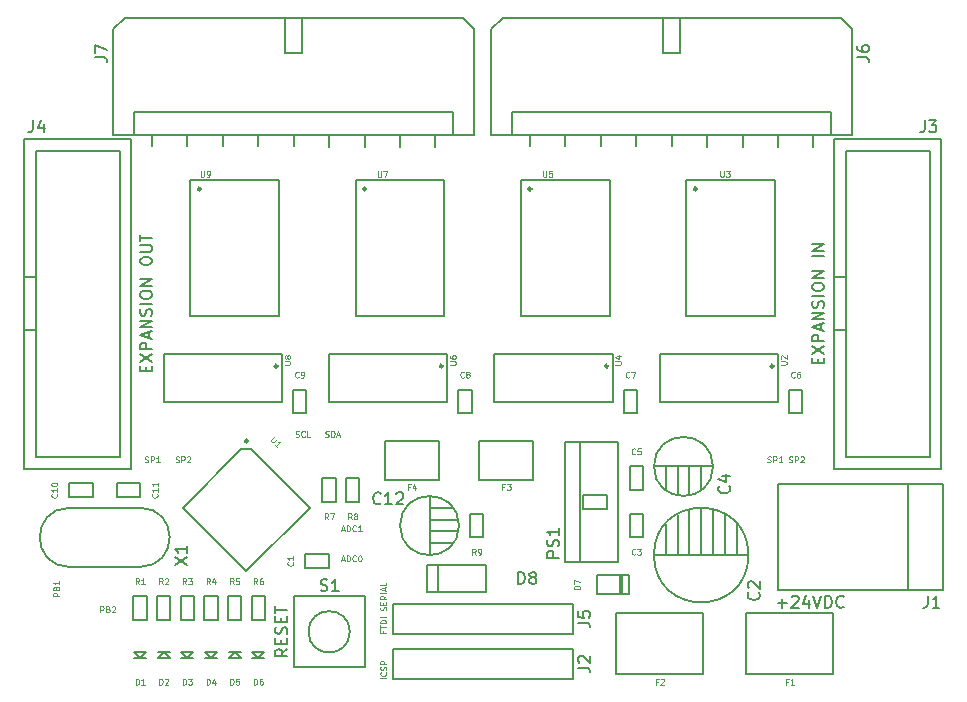
<source format=gbr>
G04 #@! TF.FileFunction,Legend,Top*
%FSLAX46Y46*%
G04 Gerber Fmt 4.6, Leading zero omitted, Abs format (unit mm)*
G04 Created by KiCad (PCBNEW (2015-08-26 BZR 6129, Git 2e41367)-product) date 17-08-10 10:08:59 AM*
%MOMM*%
G01*
G04 APERTURE LIST*
%ADD10C,0.100000*%
%ADD11C,0.150000*%
%ADD12C,0.250000*%
%ADD13C,0.120000*%
%ADD14C,0.300000*%
G04 APERTURE END LIST*
D10*
X-11969523Y-3893333D02*
X-11731428Y-3893333D01*
X-12017142Y-4036190D02*
X-11850475Y-3536190D01*
X-11683809Y-4036190D01*
X-11517142Y-4036190D02*
X-11517142Y-3536190D01*
X-11398095Y-3536190D01*
X-11326666Y-3560000D01*
X-11279047Y-3607619D01*
X-11255238Y-3655238D01*
X-11231428Y-3750476D01*
X-11231428Y-3821905D01*
X-11255238Y-3917143D01*
X-11279047Y-3964762D01*
X-11326666Y-4012381D01*
X-11398095Y-4036190D01*
X-11517142Y-4036190D01*
X-10731428Y-3988571D02*
X-10755238Y-4012381D01*
X-10826666Y-4036190D01*
X-10874285Y-4036190D01*
X-10945714Y-4012381D01*
X-10993333Y-3964762D01*
X-11017142Y-3917143D01*
X-11040952Y-3821905D01*
X-11040952Y-3750476D01*
X-11017142Y-3655238D01*
X-10993333Y-3607619D01*
X-10945714Y-3560000D01*
X-10874285Y-3536190D01*
X-10826666Y-3536190D01*
X-10755238Y-3560000D01*
X-10731428Y-3583810D01*
X-10421904Y-3536190D02*
X-10374285Y-3536190D01*
X-10326666Y-3560000D01*
X-10302857Y-3583810D01*
X-10279047Y-3631429D01*
X-10255238Y-3726667D01*
X-10255238Y-3845714D01*
X-10279047Y-3940952D01*
X-10302857Y-3988571D01*
X-10326666Y-4012381D01*
X-10374285Y-4036190D01*
X-10421904Y-4036190D01*
X-10469523Y-4012381D01*
X-10493333Y-3988571D01*
X-10517142Y-3940952D01*
X-10540952Y-3845714D01*
X-10540952Y-3726667D01*
X-10517142Y-3631429D01*
X-10493333Y-3583810D01*
X-10469523Y-3560000D01*
X-10421904Y-3536190D01*
X-32369047Y-8354190D02*
X-32369047Y-7854190D01*
X-32178571Y-7854190D01*
X-32130952Y-7878000D01*
X-32107143Y-7901810D01*
X-32083333Y-7949429D01*
X-32083333Y-8020857D01*
X-32107143Y-8068476D01*
X-32130952Y-8092286D01*
X-32178571Y-8116095D01*
X-32369047Y-8116095D01*
X-31702381Y-8092286D02*
X-31630952Y-8116095D01*
X-31607143Y-8139905D01*
X-31583333Y-8187524D01*
X-31583333Y-8258952D01*
X-31607143Y-8306571D01*
X-31630952Y-8330381D01*
X-31678571Y-8354190D01*
X-31869047Y-8354190D01*
X-31869047Y-7854190D01*
X-31702381Y-7854190D01*
X-31654762Y-7878000D01*
X-31630952Y-7901810D01*
X-31607143Y-7949429D01*
X-31607143Y-7997048D01*
X-31630952Y-8044667D01*
X-31654762Y-8068476D01*
X-31702381Y-8092286D01*
X-31869047Y-8092286D01*
X-31392857Y-7901810D02*
X-31369047Y-7878000D01*
X-31321428Y-7854190D01*
X-31202381Y-7854190D01*
X-31154762Y-7878000D01*
X-31130952Y-7901810D01*
X-31107143Y-7949429D01*
X-31107143Y-7997048D01*
X-31130952Y-8068476D01*
X-31416666Y-8354190D01*
X-31107143Y-8354190D01*
X24106382Y4369619D02*
X24177811Y4345810D01*
X24296858Y4345810D01*
X24344477Y4369619D01*
X24368287Y4393429D01*
X24392096Y4441048D01*
X24392096Y4488667D01*
X24368287Y4536286D01*
X24344477Y4560095D01*
X24296858Y4583905D01*
X24201620Y4607714D01*
X24154001Y4631524D01*
X24130192Y4655333D01*
X24106382Y4702952D01*
X24106382Y4750571D01*
X24130192Y4798190D01*
X24154001Y4822000D01*
X24201620Y4845810D01*
X24320668Y4845810D01*
X24392096Y4822000D01*
X24606382Y4345810D02*
X24606382Y4845810D01*
X24796858Y4845810D01*
X24844477Y4822000D01*
X24868286Y4798190D01*
X24892096Y4750571D01*
X24892096Y4679143D01*
X24868286Y4631524D01*
X24844477Y4607714D01*
X24796858Y4583905D01*
X24606382Y4583905D01*
X25368286Y4345810D02*
X25082572Y4345810D01*
X25225429Y4345810D02*
X25225429Y4845810D01*
X25177810Y4774381D01*
X25130191Y4726762D01*
X25082572Y4702952D01*
X25939714Y4369619D02*
X26011143Y4345810D01*
X26130190Y4345810D01*
X26177809Y4369619D01*
X26201619Y4393429D01*
X26225428Y4441048D01*
X26225428Y4488667D01*
X26201619Y4536286D01*
X26177809Y4560095D01*
X26130190Y4583905D01*
X26034952Y4607714D01*
X25987333Y4631524D01*
X25963524Y4655333D01*
X25939714Y4702952D01*
X25939714Y4750571D01*
X25963524Y4798190D01*
X25987333Y4822000D01*
X26034952Y4845810D01*
X26154000Y4845810D01*
X26225428Y4822000D01*
X26439714Y4345810D02*
X26439714Y4845810D01*
X26630190Y4845810D01*
X26677809Y4822000D01*
X26701618Y4798190D01*
X26725428Y4750571D01*
X26725428Y4679143D01*
X26701618Y4631524D01*
X26677809Y4607714D01*
X26630190Y4583905D01*
X26439714Y4583905D01*
X26915904Y4798190D02*
X26939714Y4822000D01*
X26987333Y4845810D01*
X27106380Y4845810D01*
X27153999Y4822000D01*
X27177809Y4798190D01*
X27201618Y4750571D01*
X27201618Y4702952D01*
X27177809Y4631524D01*
X26892095Y4345810D01*
X27201618Y4345810D01*
X-15839046Y6528619D02*
X-15767617Y6504810D01*
X-15648570Y6504810D01*
X-15600951Y6528619D01*
X-15577141Y6552429D01*
X-15553332Y6600048D01*
X-15553332Y6647667D01*
X-15577141Y6695286D01*
X-15600951Y6719095D01*
X-15648570Y6742905D01*
X-15743808Y6766714D01*
X-15791427Y6790524D01*
X-15815236Y6814333D01*
X-15839046Y6861952D01*
X-15839046Y6909571D01*
X-15815236Y6957190D01*
X-15791427Y6981000D01*
X-15743808Y7004810D01*
X-15624760Y7004810D01*
X-15553332Y6981000D01*
X-15053332Y6552429D02*
X-15077142Y6528619D01*
X-15148570Y6504810D01*
X-15196189Y6504810D01*
X-15267618Y6528619D01*
X-15315237Y6576238D01*
X-15339046Y6623857D01*
X-15362856Y6719095D01*
X-15362856Y6790524D01*
X-15339046Y6885762D01*
X-15315237Y6933381D01*
X-15267618Y6981000D01*
X-15196189Y7004810D01*
X-15148570Y7004810D01*
X-15077142Y6981000D01*
X-15053332Y6957190D01*
X-14600951Y6504810D02*
X-14839046Y6504810D01*
X-14839046Y7004810D01*
X-13315238Y6528619D02*
X-13243809Y6504810D01*
X-13124762Y6504810D01*
X-13077143Y6528619D01*
X-13053333Y6552429D01*
X-13029524Y6600048D01*
X-13029524Y6647667D01*
X-13053333Y6695286D01*
X-13077143Y6719095D01*
X-13124762Y6742905D01*
X-13220000Y6766714D01*
X-13267619Y6790524D01*
X-13291428Y6814333D01*
X-13315238Y6861952D01*
X-13315238Y6909571D01*
X-13291428Y6957190D01*
X-13267619Y6981000D01*
X-13220000Y7004810D01*
X-13100952Y7004810D01*
X-13029524Y6981000D01*
X-12815238Y6504810D02*
X-12815238Y7004810D01*
X-12696191Y7004810D01*
X-12624762Y6981000D01*
X-12577143Y6933381D01*
X-12553334Y6885762D01*
X-12529524Y6790524D01*
X-12529524Y6719095D01*
X-12553334Y6623857D01*
X-12577143Y6576238D01*
X-12624762Y6528619D01*
X-12696191Y6504810D01*
X-12815238Y6504810D01*
X-12339048Y6647667D02*
X-12100953Y6647667D01*
X-12386667Y6504810D02*
X-12220000Y7004810D01*
X-12053334Y6504810D01*
X-28598570Y4369619D02*
X-28527141Y4345810D01*
X-28408094Y4345810D01*
X-28360475Y4369619D01*
X-28336665Y4393429D01*
X-28312856Y4441048D01*
X-28312856Y4488667D01*
X-28336665Y4536286D01*
X-28360475Y4560095D01*
X-28408094Y4583905D01*
X-28503332Y4607714D01*
X-28550951Y4631524D01*
X-28574760Y4655333D01*
X-28598570Y4702952D01*
X-28598570Y4750571D01*
X-28574760Y4798190D01*
X-28550951Y4822000D01*
X-28503332Y4845810D01*
X-28384284Y4845810D01*
X-28312856Y4822000D01*
X-28098570Y4345810D02*
X-28098570Y4845810D01*
X-27908094Y4845810D01*
X-27860475Y4822000D01*
X-27836666Y4798190D01*
X-27812856Y4750571D01*
X-27812856Y4679143D01*
X-27836666Y4631524D01*
X-27860475Y4607714D01*
X-27908094Y4583905D01*
X-28098570Y4583905D01*
X-27336666Y4345810D02*
X-27622380Y4345810D01*
X-27479523Y4345810D02*
X-27479523Y4845810D01*
X-27527142Y4774381D01*
X-27574761Y4726762D01*
X-27622380Y4702952D01*
X-26003334Y4369619D02*
X-25931905Y4345810D01*
X-25812858Y4345810D01*
X-25765239Y4369619D01*
X-25741429Y4393429D01*
X-25717620Y4441048D01*
X-25717620Y4488667D01*
X-25741429Y4536286D01*
X-25765239Y4560095D01*
X-25812858Y4583905D01*
X-25908096Y4607714D01*
X-25955715Y4631524D01*
X-25979524Y4655333D01*
X-26003334Y4702952D01*
X-26003334Y4750571D01*
X-25979524Y4798190D01*
X-25955715Y4822000D01*
X-25908096Y4845810D01*
X-25789048Y4845810D01*
X-25717620Y4822000D01*
X-25503334Y4345810D02*
X-25503334Y4845810D01*
X-25312858Y4845810D01*
X-25265239Y4822000D01*
X-25241430Y4798190D01*
X-25217620Y4750571D01*
X-25217620Y4679143D01*
X-25241430Y4631524D01*
X-25265239Y4607714D01*
X-25312858Y4583905D01*
X-25503334Y4583905D01*
X-25027144Y4798190D02*
X-25003334Y4822000D01*
X-24955715Y4845810D01*
X-24836668Y4845810D01*
X-24789049Y4822000D01*
X-24765239Y4798190D01*
X-24741430Y4750571D01*
X-24741430Y4702952D01*
X-24765239Y4631524D01*
X-25050953Y4345810D01*
X-24741430Y4345810D01*
X-35841810Y-6969047D02*
X-36341810Y-6969047D01*
X-36341810Y-6778571D01*
X-36318000Y-6730952D01*
X-36294190Y-6707143D01*
X-36246571Y-6683333D01*
X-36175143Y-6683333D01*
X-36127524Y-6707143D01*
X-36103714Y-6730952D01*
X-36079905Y-6778571D01*
X-36079905Y-6969047D01*
X-36103714Y-6302381D02*
X-36079905Y-6230952D01*
X-36056095Y-6207143D01*
X-36008476Y-6183333D01*
X-35937048Y-6183333D01*
X-35889429Y-6207143D01*
X-35865619Y-6230952D01*
X-35841810Y-6278571D01*
X-35841810Y-6469047D01*
X-36341810Y-6469047D01*
X-36341810Y-6302381D01*
X-36318000Y-6254762D01*
X-36294190Y-6230952D01*
X-36246571Y-6207143D01*
X-36198952Y-6207143D01*
X-36151333Y-6230952D01*
X-36127524Y-6254762D01*
X-36103714Y-6302381D01*
X-36103714Y-6469047D01*
X-35841810Y-5707143D02*
X-35841810Y-5992857D01*
X-35841810Y-5850000D02*
X-36341810Y-5850000D01*
X-36270381Y-5897619D01*
X-36222762Y-5945238D01*
X-36198952Y-5992857D01*
X-11969523Y-1353333D02*
X-11731428Y-1353333D01*
X-12017142Y-1496190D02*
X-11850475Y-996190D01*
X-11683809Y-1496190D01*
X-11517142Y-1496190D02*
X-11517142Y-996190D01*
X-11398095Y-996190D01*
X-11326666Y-1020000D01*
X-11279047Y-1067619D01*
X-11255238Y-1115238D01*
X-11231428Y-1210476D01*
X-11231428Y-1281905D01*
X-11255238Y-1377143D01*
X-11279047Y-1424762D01*
X-11326666Y-1472381D01*
X-11398095Y-1496190D01*
X-11517142Y-1496190D01*
X-10731428Y-1448571D02*
X-10755238Y-1472381D01*
X-10826666Y-1496190D01*
X-10874285Y-1496190D01*
X-10945714Y-1472381D01*
X-10993333Y-1424762D01*
X-11017142Y-1377143D01*
X-11040952Y-1281905D01*
X-11040952Y-1210476D01*
X-11017142Y-1115238D01*
X-10993333Y-1067619D01*
X-10945714Y-1020000D01*
X-10874285Y-996190D01*
X-10826666Y-996190D01*
X-10755238Y-1020000D01*
X-10731428Y-1043810D01*
X-10255238Y-1496190D02*
X-10540952Y-1496190D01*
X-10398095Y-1496190D02*
X-10398095Y-996190D01*
X-10445714Y-1067619D01*
X-10493333Y-1115238D01*
X-10540952Y-1139048D01*
D11*
X25937500Y10500000D02*
X25937500Y8500000D01*
X25937500Y8500000D02*
X27062500Y8500000D01*
X27062500Y8500000D02*
X27062500Y10500000D01*
X27062500Y10500000D02*
X25937500Y10500000D01*
X-2062500Y10500000D02*
X-2062500Y8500000D01*
X-2062500Y8500000D02*
X-937500Y8500000D01*
X-937500Y8500000D02*
X-937500Y10500000D01*
X-937500Y10500000D02*
X-2062500Y10500000D01*
D12*
X24625000Y12500000D02*
G75*
G03X24625000Y12500000I-125000J0D01*
G01*
D11*
X25000000Y13500000D02*
X15000000Y13500000D01*
X15000000Y13500000D02*
X15000000Y9500000D01*
X15000000Y9500000D02*
X25000000Y9500000D01*
X25000000Y9500000D02*
X25000000Y13500000D01*
D12*
X18125000Y27500000D02*
G75*
G03X18125000Y27500000I-125000J0D01*
G01*
D11*
X17250000Y28250000D02*
X17250000Y16750000D01*
X17250000Y16750000D02*
X24750000Y16750000D01*
X24750000Y16750000D02*
X24750000Y28250000D01*
X24750000Y28250000D02*
X17250000Y28250000D01*
D12*
X10625000Y12500000D02*
G75*
G03X10625000Y12500000I-125000J0D01*
G01*
D11*
X11000000Y13500000D02*
X1000000Y13500000D01*
X1000000Y13500000D02*
X1000000Y9500000D01*
X1000000Y9500000D02*
X11000000Y9500000D01*
X11000000Y9500000D02*
X11000000Y13500000D01*
D12*
X4125000Y27500000D02*
G75*
G03X4125000Y27500000I-125000J0D01*
G01*
D11*
X3250000Y28250000D02*
X3250000Y16750000D01*
X3250000Y16750000D02*
X10750000Y16750000D01*
X10750000Y16750000D02*
X10750000Y28250000D01*
X10750000Y28250000D02*
X3250000Y28250000D01*
D12*
X-3375000Y12500000D02*
G75*
G03X-3375000Y12500000I-125000J0D01*
G01*
D11*
X-3000000Y13500000D02*
X-13000000Y13500000D01*
X-13000000Y13500000D02*
X-13000000Y9500000D01*
X-13000000Y9500000D02*
X-3000000Y9500000D01*
X-3000000Y9500000D02*
X-3000000Y13500000D01*
D12*
X-9875000Y27500000D02*
G75*
G03X-9875000Y27500000I-125000J0D01*
G01*
D11*
X-10750000Y28250000D02*
X-10750000Y16750000D01*
X-10750000Y16750000D02*
X-3250000Y16750000D01*
X-3250000Y16750000D02*
X-3250000Y28250000D01*
X-3250000Y28250000D02*
X-10750000Y28250000D01*
D12*
X-17375000Y12500000D02*
G75*
G03X-17375000Y12500000I-125000J0D01*
G01*
D11*
X-17000000Y13500000D02*
X-27000000Y13500000D01*
X-27000000Y13500000D02*
X-27000000Y9500000D01*
X-27000000Y9500000D02*
X-17000000Y9500000D01*
X-17000000Y9500000D02*
X-17000000Y13500000D01*
D12*
X-23875000Y27500000D02*
G75*
G03X-23875000Y27500000I-125000J0D01*
G01*
D11*
X-24750000Y28250000D02*
X-24750000Y16750000D01*
X-24750000Y16750000D02*
X-17250000Y16750000D01*
X-17250000Y16750000D02*
X-17250000Y28250000D01*
X-17250000Y28250000D02*
X-24750000Y28250000D01*
X11937500Y10500000D02*
X11937500Y8500000D01*
X11937500Y8500000D02*
X13062500Y8500000D01*
X13062500Y8500000D02*
X13062500Y10500000D01*
X13062500Y10500000D02*
X11937500Y10500000D01*
X-16062500Y10500000D02*
X-16062500Y8500000D01*
X-16062500Y8500000D02*
X-14937500Y8500000D01*
X-14937500Y8500000D02*
X-14937500Y10500000D01*
X-14937500Y10500000D02*
X-16062500Y10500000D01*
X30740000Y30750000D02*
X30740000Y4810000D01*
X30740000Y4810000D02*
X37840000Y4810000D01*
X37840000Y4810000D02*
X37840000Y30750000D01*
X37840000Y30750000D02*
X30740000Y30750000D01*
X29740000Y15530000D02*
X30740000Y15530000D01*
X29740000Y20030000D02*
X30740000Y20030000D01*
X38840000Y31750000D02*
X38840000Y3810000D01*
X38840000Y3810000D02*
X29740000Y3810000D01*
X29740000Y3810000D02*
X29740000Y31750000D01*
X29740000Y31750000D02*
X38840000Y31750000D01*
X-37840000Y30750000D02*
X-37840000Y4810000D01*
X-37840000Y4810000D02*
X-30740000Y4810000D01*
X-30740000Y4810000D02*
X-30740000Y30750000D01*
X-30740000Y30750000D02*
X-37840000Y30750000D01*
X-38840000Y15530000D02*
X-37840000Y15530000D01*
X-38840000Y20030000D02*
X-37840000Y20030000D01*
X-29740000Y31750000D02*
X-29740000Y3810000D01*
X-29740000Y3810000D02*
X-38840000Y3810000D01*
X-38840000Y3810000D02*
X-38840000Y31750000D01*
X-38840000Y31750000D02*
X-29740000Y31750000D01*
X10500000Y1562500D02*
X8500000Y1562500D01*
X8500000Y1562500D02*
X8500000Y437500D01*
X8500000Y437500D02*
X10500000Y437500D01*
X10500000Y437500D02*
X10500000Y1562500D01*
X11445000Y-4080000D02*
X11445000Y6080000D01*
X8270000Y-4080000D02*
X8270000Y6080000D01*
X11445000Y-4080000D02*
X7000000Y-4080000D01*
X7000000Y-4080000D02*
X7000000Y6080000D01*
X7000000Y6080000D02*
X11445000Y6080000D01*
X13562500Y-2000000D02*
X13562500Y0D01*
X13562500Y0D02*
X12437500Y0D01*
X12437500Y0D02*
X12437500Y-2000000D01*
X12437500Y-2000000D02*
X13562500Y-2000000D01*
X12437500Y4000000D02*
X12437500Y2000000D01*
X12437500Y2000000D02*
X13562500Y2000000D01*
X13562500Y2000000D02*
X13562500Y4000000D01*
X13562500Y4000000D02*
X12437500Y4000000D01*
X-35000000Y1437500D02*
X-33000000Y1437500D01*
X-33000000Y1437500D02*
X-33000000Y2562500D01*
X-33000000Y2562500D02*
X-35000000Y2562500D01*
X-35000000Y2562500D02*
X-35000000Y1437500D01*
X-29000000Y2562500D02*
X-31000000Y2562500D01*
X-31000000Y2562500D02*
X-31000000Y1437500D01*
X-31000000Y1437500D02*
X-29000000Y1437500D01*
X-29000000Y1437500D02*
X-29000000Y2562500D01*
X-29000000Y-12250000D02*
X-29500000Y-11750000D01*
X-29500000Y-11750000D02*
X-28500000Y-11750000D01*
X-28500000Y-11750000D02*
X-29000000Y-12250000D01*
X-28500000Y-12250000D02*
X-29500000Y-12250000D01*
X-27000000Y-11750000D02*
X-26500000Y-12250000D01*
X-26500000Y-12250000D02*
X-27500000Y-12250000D01*
X-27500000Y-12250000D02*
X-27000000Y-11750000D01*
X-27500000Y-11750000D02*
X-26500000Y-11750000D01*
X-25000000Y-12250000D02*
X-25500000Y-11750000D01*
X-25500000Y-11750000D02*
X-24500000Y-11750000D01*
X-24500000Y-11750000D02*
X-25000000Y-12250000D01*
X-24500000Y-12250000D02*
X-25500000Y-12250000D01*
X-23000000Y-12250000D02*
X-23500000Y-11750000D01*
X-23500000Y-11750000D02*
X-22500000Y-11750000D01*
X-22500000Y-11750000D02*
X-23000000Y-12250000D01*
X-22500000Y-12250000D02*
X-23500000Y-12250000D01*
X-21000000Y-11750000D02*
X-20500000Y-12250000D01*
X-20500000Y-12250000D02*
X-21500000Y-12250000D01*
X-21500000Y-12250000D02*
X-21000000Y-11750000D01*
X-21500000Y-11750000D02*
X-20500000Y-11750000D01*
X-19000000Y-12250000D02*
X-19500000Y-11750000D01*
X-19500000Y-11750000D02*
X-18500000Y-11750000D01*
X-18500000Y-11750000D02*
X-19000000Y-12250000D01*
X-18500000Y-12250000D02*
X-19500000Y-12250000D01*
X7620000Y-13970000D02*
X-7620000Y-13970000D01*
X-7620000Y-13970000D02*
X-7620000Y-11430000D01*
X-7620000Y-11430000D02*
X7620000Y-11430000D01*
X7620000Y-11430000D02*
X7620000Y-13970000D01*
D13*
X-1390000Y-11430000D02*
X1390000Y-11430000D01*
D11*
X7620000Y-10160000D02*
X-7620000Y-10160000D01*
X-7620000Y-10160000D02*
X-7620000Y-7620000D01*
X-7620000Y-7620000D02*
X7620000Y-7620000D01*
X7620000Y-7620000D02*
X7620000Y-10160000D01*
D13*
X-1390000Y-7620000D02*
X1390000Y-7620000D01*
D11*
X-29562500Y-7000000D02*
X-29562500Y-9000000D01*
X-29562500Y-9000000D02*
X-28437500Y-9000000D01*
X-28437500Y-9000000D02*
X-28437500Y-7000000D01*
X-28437500Y-7000000D02*
X-29562500Y-7000000D01*
X-27562500Y-7000000D02*
X-27562500Y-9000000D01*
X-27562500Y-9000000D02*
X-26437500Y-9000000D01*
X-26437500Y-9000000D02*
X-26437500Y-7000000D01*
X-26437500Y-7000000D02*
X-27562500Y-7000000D01*
X-25562500Y-7000000D02*
X-25562500Y-9000000D01*
X-25562500Y-9000000D02*
X-24437500Y-9000000D01*
X-24437500Y-9000000D02*
X-24437500Y-7000000D01*
X-24437500Y-7000000D02*
X-25562500Y-7000000D01*
X-23562500Y-7000000D02*
X-23562500Y-9000000D01*
X-23562500Y-9000000D02*
X-22437500Y-9000000D01*
X-22437500Y-9000000D02*
X-22437500Y-7000000D01*
X-22437500Y-7000000D02*
X-23562500Y-7000000D01*
X-21562500Y-7000000D02*
X-21562500Y-9000000D01*
X-21562500Y-9000000D02*
X-20437500Y-9000000D01*
X-20437500Y-9000000D02*
X-20437500Y-7000000D01*
X-20437500Y-7000000D02*
X-21562500Y-7000000D01*
X-19562500Y-7000000D02*
X-19562500Y-9000000D01*
X-19562500Y-9000000D02*
X-18437500Y-9000000D01*
X-18437500Y-9000000D02*
X-18437500Y-7000000D01*
X-18437500Y-7000000D02*
X-19562500Y-7000000D01*
X-29000000Y-4500000D02*
X-35000000Y-4500000D01*
X-35000000Y500000D02*
X-29000000Y500000D01*
X-29000000Y-4500000D02*
G75*
G03X-29000000Y500000I0J2500000D01*
G01*
X-35000000Y500000D02*
G75*
G03X-35000000Y-4500000I0J-2500000D01*
G01*
X29677500Y-13560000D02*
X22322500Y-13560000D01*
X22322500Y-13560000D02*
X22322500Y-8440000D01*
X22322500Y-8440000D02*
X29677500Y-8440000D01*
X29677500Y-8440000D02*
X29677500Y-13560000D01*
X4275000Y2880000D02*
X-275000Y2880000D01*
X-275000Y2880000D02*
X-275000Y6120000D01*
X-275000Y6120000D02*
X4275000Y6120000D01*
X4275000Y6120000D02*
X4275000Y2880000D01*
X-3725000Y2880000D02*
X-8275000Y2880000D01*
X-8275000Y2880000D02*
X-8275000Y6120000D01*
X-8275000Y6120000D02*
X-3725000Y6120000D01*
X-3725000Y6120000D02*
X-3725000Y2880000D01*
X-11250000Y-10000000D02*
G75*
G03X-11250000Y-10000000I-1750000J0D01*
G01*
X-10000000Y-7000000D02*
X-16000000Y-7000000D01*
X-16000000Y-7000000D02*
X-16000000Y-13000000D01*
X-16000000Y-13000000D02*
X-10000000Y-13000000D01*
X-10000000Y-13000000D02*
X-10000000Y-7000000D01*
X36000000Y2500000D02*
X36000000Y-6500000D01*
X39000000Y-6500000D02*
X25000000Y-6500000D01*
X25000000Y-6500000D02*
X25000000Y2500000D01*
X25000000Y2500000D02*
X39000000Y2500000D01*
X39000000Y2500000D02*
X39000000Y-6500000D01*
D14*
X11700000Y-5300000D02*
X11700000Y-6700000D01*
D11*
X12350000Y-5225000D02*
X12350000Y-6775000D01*
X12350000Y-6775000D02*
X9650000Y-6775000D01*
X9650000Y-6775000D02*
X9650000Y-5225000D01*
X9650000Y-5225000D02*
X12350000Y-5225000D01*
X15500000Y-3500000D02*
X15500000Y-900000D01*
X16500000Y-3500000D02*
X16500000Y-100000D01*
X17500000Y-3500000D02*
X17500000Y300000D01*
X21500000Y-3500000D02*
X21500000Y-900000D01*
X20500000Y-3500000D02*
X20500000Y-100000D01*
X19500000Y-3500000D02*
X19500000Y300000D01*
X18500000Y-3500000D02*
X18500000Y500000D01*
X14500000Y-3500000D02*
X22500000Y-3500000D01*
X22500000Y-3500000D02*
G75*
G03X22500000Y-3500000I-4000000J0D01*
G01*
X15500000Y4000000D02*
X15500000Y2050000D01*
X18500000Y4000000D02*
X18500000Y2050000D01*
X16500000Y4000000D02*
X16500000Y1600000D01*
X17500000Y4000000D02*
X17500000Y1600000D01*
X14500000Y4000000D02*
X19500000Y4000000D01*
X19500000Y4000000D02*
G75*
G03X19500000Y4000000I-2500000J0D01*
G01*
X-15000000Y-4562500D02*
X-13000000Y-4562500D01*
X-13000000Y-4562500D02*
X-13000000Y-3437500D01*
X-13000000Y-3437500D02*
X-15000000Y-3437500D01*
X-15000000Y-3437500D02*
X-15000000Y-4562500D01*
D12*
X-19875000Y6156854D02*
G75*
G03X-19875000Y6156854I-125000J0D01*
G01*
D11*
X-19575736Y5449747D02*
X-20424264Y5449747D01*
X-20424264Y5449747D02*
X-25374012Y500000D01*
X-25374012Y500000D02*
X-20000000Y-4874012D01*
X-20000000Y-4874012D02*
X-14625988Y500000D01*
X-14625988Y500000D02*
X-19575736Y5449747D01*
X-12437500Y1000000D02*
X-12437500Y3000000D01*
X-12437500Y3000000D02*
X-13562500Y3000000D01*
X-13562500Y3000000D02*
X-13562500Y1000000D01*
X-13562500Y1000000D02*
X-12437500Y1000000D01*
X-10437500Y1000000D02*
X-10437500Y3000000D01*
X-10437500Y3000000D02*
X-11562500Y3000000D01*
X-11562500Y3000000D02*
X-11562500Y1000000D01*
X-11562500Y1000000D02*
X-10437500Y1000000D01*
X18677500Y-13560000D02*
X11322500Y-13560000D01*
X11322500Y-13560000D02*
X11322500Y-8440000D01*
X11322500Y-8440000D02*
X18677500Y-8440000D01*
X18677500Y-8440000D02*
X18677500Y-13560000D01*
X28000000Y32080000D02*
X28000000Y31080000D01*
X25000000Y32080000D02*
X25000000Y31080000D01*
X22000000Y32080000D02*
X22000000Y31080000D01*
X19000000Y32080000D02*
X19000000Y31080000D01*
X16000000Y32100000D02*
X16000000Y31100000D01*
X13000000Y32100000D02*
X13000000Y31100000D01*
X10000000Y32100000D02*
X10000000Y31100000D01*
X7000000Y32100000D02*
X7000000Y31100000D01*
X4000000Y32100000D02*
X4000000Y31100000D01*
X2500000Y32100000D02*
X2500000Y34000000D01*
X2500000Y34000000D02*
X29500000Y34000000D01*
X29500000Y34000000D02*
X29500000Y32100000D01*
X15300000Y42000000D02*
X15300000Y39000000D01*
X15300000Y39000000D02*
X16700000Y39000000D01*
X16700000Y39000000D02*
X16700000Y42000000D01*
X1700000Y42000000D02*
X30300000Y42000000D01*
X30300000Y42000000D02*
X31300000Y41000000D01*
X31300000Y41000000D02*
X31300000Y32100000D01*
X31300000Y32100000D02*
X700000Y32100000D01*
X700000Y32100000D02*
X700000Y41000000D01*
X700000Y41000000D02*
X1700000Y42000000D01*
X-4000000Y32080000D02*
X-4000000Y31080000D01*
X-7000000Y32080000D02*
X-7000000Y31080000D01*
X-10000000Y32080000D02*
X-10000000Y31080000D01*
X-13000000Y32080000D02*
X-13000000Y31080000D01*
X-16000000Y32100000D02*
X-16000000Y31100000D01*
X-19000000Y32100000D02*
X-19000000Y31100000D01*
X-22000000Y32100000D02*
X-22000000Y31100000D01*
X-25000000Y32100000D02*
X-25000000Y31100000D01*
X-28000000Y32100000D02*
X-28000000Y31100000D01*
X-29500000Y32100000D02*
X-29500000Y34000000D01*
X-29500000Y34000000D02*
X-2500000Y34000000D01*
X-2500000Y34000000D02*
X-2500000Y32100000D01*
X-16700000Y42000000D02*
X-16700000Y39000000D01*
X-16700000Y39000000D02*
X-15300000Y39000000D01*
X-15300000Y39000000D02*
X-15300000Y42000000D01*
X-30300000Y42000000D02*
X-1700000Y42000000D01*
X-1700000Y42000000D02*
X-700000Y41000000D01*
X-700000Y41000000D02*
X-700000Y32100000D01*
X-700000Y32100000D02*
X-31300000Y32100000D01*
X-31300000Y32100000D02*
X-31300000Y41000000D01*
X-31300000Y41000000D02*
X-30300000Y42000000D01*
X-3750000Y-6650000D02*
X-3750000Y-4350000D01*
X-4750000Y-4350000D02*
X250000Y-4350000D01*
X250000Y-4350000D02*
X250000Y-6650000D01*
X250000Y-6650000D02*
X-4750000Y-6650000D01*
X-4750000Y-6650000D02*
X-4750000Y-4350000D01*
X-4500000Y-2500000D02*
X-2550000Y-2500000D01*
X-4500000Y500000D02*
X-2550000Y500000D01*
X-4500000Y-1500000D02*
X-2100000Y-1500000D01*
X-4500000Y-500000D02*
X-2100000Y-500000D01*
X-4500000Y-3500000D02*
X-4500000Y1500000D01*
X-2000000Y-1000000D02*
G75*
G03X-2000000Y-1000000I-2500000J0D01*
G01*
X62500Y-2000000D02*
X62500Y0D01*
X62500Y0D02*
X-1062500Y0D01*
X-1062500Y0D02*
X-1062500Y-2000000D01*
X-1062500Y-2000000D02*
X62500Y-2000000D01*
D10*
X26416667Y11571429D02*
X26392857Y11547619D01*
X26321429Y11523810D01*
X26273810Y11523810D01*
X26202381Y11547619D01*
X26154762Y11595238D01*
X26130953Y11642857D01*
X26107143Y11738095D01*
X26107143Y11809524D01*
X26130953Y11904762D01*
X26154762Y11952381D01*
X26202381Y12000000D01*
X26273810Y12023810D01*
X26321429Y12023810D01*
X26392857Y12000000D01*
X26416667Y11976190D01*
X26845238Y12023810D02*
X26750000Y12023810D01*
X26702381Y12000000D01*
X26678572Y11976190D01*
X26630953Y11904762D01*
X26607143Y11809524D01*
X26607143Y11619048D01*
X26630953Y11571429D01*
X26654762Y11547619D01*
X26702381Y11523810D01*
X26797619Y11523810D01*
X26845238Y11547619D01*
X26869048Y11571429D01*
X26892857Y11619048D01*
X26892857Y11738095D01*
X26869048Y11785714D01*
X26845238Y11809524D01*
X26797619Y11833333D01*
X26702381Y11833333D01*
X26654762Y11809524D01*
X26630953Y11785714D01*
X26607143Y11738095D01*
X-1583333Y11571429D02*
X-1607143Y11547619D01*
X-1678571Y11523810D01*
X-1726190Y11523810D01*
X-1797619Y11547619D01*
X-1845238Y11595238D01*
X-1869047Y11642857D01*
X-1892857Y11738095D01*
X-1892857Y11809524D01*
X-1869047Y11904762D01*
X-1845238Y11952381D01*
X-1797619Y12000000D01*
X-1726190Y12023810D01*
X-1678571Y12023810D01*
X-1607143Y12000000D01*
X-1583333Y11976190D01*
X-1297619Y11809524D02*
X-1345238Y11833333D01*
X-1369047Y11857143D01*
X-1392857Y11904762D01*
X-1392857Y11928571D01*
X-1369047Y11976190D01*
X-1345238Y12000000D01*
X-1297619Y12023810D01*
X-1202381Y12023810D01*
X-1154762Y12000000D01*
X-1130952Y11976190D01*
X-1107143Y11928571D01*
X-1107143Y11904762D01*
X-1130952Y11857143D01*
X-1154762Y11833333D01*
X-1202381Y11809524D01*
X-1297619Y11809524D01*
X-1345238Y11785714D01*
X-1369047Y11761905D01*
X-1392857Y11714286D01*
X-1392857Y11619048D01*
X-1369047Y11571429D01*
X-1345238Y11547619D01*
X-1297619Y11523810D01*
X-1202381Y11523810D01*
X-1154762Y11547619D01*
X-1130952Y11571429D01*
X-1107143Y11619048D01*
X-1107143Y11714286D01*
X-1130952Y11761905D01*
X-1154762Y11785714D01*
X-1202381Y11809524D01*
X25226190Y12619048D02*
X25630952Y12619048D01*
X25678571Y12642857D01*
X25702381Y12666667D01*
X25726190Y12714286D01*
X25726190Y12809524D01*
X25702381Y12857143D01*
X25678571Y12880952D01*
X25630952Y12904762D01*
X25226190Y12904762D01*
X25273810Y13119048D02*
X25250000Y13142858D01*
X25226190Y13190477D01*
X25226190Y13309524D01*
X25250000Y13357143D01*
X25273810Y13380953D01*
X25321429Y13404762D01*
X25369048Y13404762D01*
X25440476Y13380953D01*
X25726190Y13095239D01*
X25726190Y13404762D01*
X20119048Y29023810D02*
X20119048Y28619048D01*
X20142857Y28571429D01*
X20166667Y28547619D01*
X20214286Y28523810D01*
X20309524Y28523810D01*
X20357143Y28547619D01*
X20380952Y28571429D01*
X20404762Y28619048D01*
X20404762Y29023810D01*
X20595239Y29023810D02*
X20904762Y29023810D01*
X20738096Y28833333D01*
X20809524Y28833333D01*
X20857143Y28809524D01*
X20880953Y28785714D01*
X20904762Y28738095D01*
X20904762Y28619048D01*
X20880953Y28571429D01*
X20857143Y28547619D01*
X20809524Y28523810D01*
X20666667Y28523810D01*
X20619048Y28547619D01*
X20595239Y28571429D01*
X11226190Y12619048D02*
X11630952Y12619048D01*
X11678571Y12642857D01*
X11702381Y12666667D01*
X11726190Y12714286D01*
X11726190Y12809524D01*
X11702381Y12857143D01*
X11678571Y12880952D01*
X11630952Y12904762D01*
X11226190Y12904762D01*
X11392857Y13357143D02*
X11726190Y13357143D01*
X11202381Y13238096D02*
X11559524Y13119048D01*
X11559524Y13428572D01*
X5119048Y29023810D02*
X5119048Y28619048D01*
X5142857Y28571429D01*
X5166667Y28547619D01*
X5214286Y28523810D01*
X5309524Y28523810D01*
X5357143Y28547619D01*
X5380952Y28571429D01*
X5404762Y28619048D01*
X5404762Y29023810D01*
X5880953Y29023810D02*
X5642858Y29023810D01*
X5619048Y28785714D01*
X5642858Y28809524D01*
X5690477Y28833333D01*
X5809524Y28833333D01*
X5857143Y28809524D01*
X5880953Y28785714D01*
X5904762Y28738095D01*
X5904762Y28619048D01*
X5880953Y28571429D01*
X5857143Y28547619D01*
X5809524Y28523810D01*
X5690477Y28523810D01*
X5642858Y28547619D01*
X5619048Y28571429D01*
X-2773810Y12619048D02*
X-2369048Y12619048D01*
X-2321429Y12642857D01*
X-2297619Y12666667D01*
X-2273810Y12714286D01*
X-2273810Y12809524D01*
X-2297619Y12857143D01*
X-2321429Y12880952D01*
X-2369048Y12904762D01*
X-2773810Y12904762D01*
X-2773810Y13357143D02*
X-2773810Y13261905D01*
X-2750000Y13214286D01*
X-2726190Y13190477D01*
X-2654762Y13142858D01*
X-2559524Y13119048D01*
X-2369048Y13119048D01*
X-2321429Y13142858D01*
X-2297619Y13166667D01*
X-2273810Y13214286D01*
X-2273810Y13309524D01*
X-2297619Y13357143D01*
X-2321429Y13380953D01*
X-2369048Y13404762D01*
X-2488095Y13404762D01*
X-2535714Y13380953D01*
X-2559524Y13357143D01*
X-2583333Y13309524D01*
X-2583333Y13214286D01*
X-2559524Y13166667D01*
X-2535714Y13142858D01*
X-2488095Y13119048D01*
X-8880952Y29023810D02*
X-8880952Y28619048D01*
X-8857143Y28571429D01*
X-8833333Y28547619D01*
X-8785714Y28523810D01*
X-8690476Y28523810D01*
X-8642857Y28547619D01*
X-8619048Y28571429D01*
X-8595238Y28619048D01*
X-8595238Y29023810D01*
X-8404761Y29023810D02*
X-8071428Y29023810D01*
X-8285714Y28523810D01*
X-16773810Y12619048D02*
X-16369048Y12619048D01*
X-16321429Y12642857D01*
X-16297619Y12666667D01*
X-16273810Y12714286D01*
X-16273810Y12809524D01*
X-16297619Y12857143D01*
X-16321429Y12880952D01*
X-16369048Y12904762D01*
X-16773810Y12904762D01*
X-16559524Y13214286D02*
X-16583333Y13166667D01*
X-16607143Y13142858D01*
X-16654762Y13119048D01*
X-16678571Y13119048D01*
X-16726190Y13142858D01*
X-16750000Y13166667D01*
X-16773810Y13214286D01*
X-16773810Y13309524D01*
X-16750000Y13357143D01*
X-16726190Y13380953D01*
X-16678571Y13404762D01*
X-16654762Y13404762D01*
X-16607143Y13380953D01*
X-16583333Y13357143D01*
X-16559524Y13309524D01*
X-16559524Y13214286D01*
X-16535714Y13166667D01*
X-16511905Y13142858D01*
X-16464286Y13119048D01*
X-16369048Y13119048D01*
X-16321429Y13142858D01*
X-16297619Y13166667D01*
X-16273810Y13214286D01*
X-16273810Y13309524D01*
X-16297619Y13357143D01*
X-16321429Y13380953D01*
X-16369048Y13404762D01*
X-16464286Y13404762D01*
X-16511905Y13380953D01*
X-16535714Y13357143D01*
X-16559524Y13309524D01*
X-23880952Y29023810D02*
X-23880952Y28619048D01*
X-23857143Y28571429D01*
X-23833333Y28547619D01*
X-23785714Y28523810D01*
X-23690476Y28523810D01*
X-23642857Y28547619D01*
X-23619048Y28571429D01*
X-23595238Y28619048D01*
X-23595238Y29023810D01*
X-23333333Y28523810D02*
X-23238095Y28523810D01*
X-23190476Y28547619D01*
X-23166666Y28571429D01*
X-23119047Y28642857D01*
X-23095238Y28738095D01*
X-23095238Y28928571D01*
X-23119047Y28976190D01*
X-23142857Y29000000D01*
X-23190476Y29023810D01*
X-23285714Y29023810D01*
X-23333333Y29000000D01*
X-23357142Y28976190D01*
X-23380952Y28928571D01*
X-23380952Y28809524D01*
X-23357142Y28761905D01*
X-23333333Y28738095D01*
X-23285714Y28714286D01*
X-23190476Y28714286D01*
X-23142857Y28738095D01*
X-23119047Y28761905D01*
X-23095238Y28809524D01*
X12416667Y11571429D02*
X12392857Y11547619D01*
X12321429Y11523810D01*
X12273810Y11523810D01*
X12202381Y11547619D01*
X12154762Y11595238D01*
X12130953Y11642857D01*
X12107143Y11738095D01*
X12107143Y11809524D01*
X12130953Y11904762D01*
X12154762Y11952381D01*
X12202381Y12000000D01*
X12273810Y12023810D01*
X12321429Y12023810D01*
X12392857Y12000000D01*
X12416667Y11976190D01*
X12583334Y12023810D02*
X12916667Y12023810D01*
X12702381Y11523810D01*
X-15583333Y11571429D02*
X-15607143Y11547619D01*
X-15678571Y11523810D01*
X-15726190Y11523810D01*
X-15797619Y11547619D01*
X-15845238Y11595238D01*
X-15869047Y11642857D01*
X-15892857Y11738095D01*
X-15892857Y11809524D01*
X-15869047Y11904762D01*
X-15845238Y11952381D01*
X-15797619Y12000000D01*
X-15726190Y12023810D01*
X-15678571Y12023810D01*
X-15607143Y12000000D01*
X-15583333Y11976190D01*
X-15345238Y11523810D02*
X-15250000Y11523810D01*
X-15202381Y11547619D01*
X-15178571Y11571429D01*
X-15130952Y11642857D01*
X-15107143Y11738095D01*
X-15107143Y11928571D01*
X-15130952Y11976190D01*
X-15154762Y12000000D01*
X-15202381Y12023810D01*
X-15297619Y12023810D01*
X-15345238Y12000000D01*
X-15369047Y11976190D01*
X-15392857Y11928571D01*
X-15392857Y11809524D01*
X-15369047Y11761905D01*
X-15345238Y11738095D01*
X-15297619Y11714286D01*
X-15202381Y11714286D01*
X-15154762Y11738095D01*
X-15130952Y11761905D01*
X-15107143Y11809524D01*
D11*
X37416667Y33297619D02*
X37416667Y32583333D01*
X37369047Y32440476D01*
X37273809Y32345238D01*
X37130952Y32297619D01*
X37035714Y32297619D01*
X37797619Y33297619D02*
X38416667Y33297619D01*
X38083333Y32916667D01*
X38226191Y32916667D01*
X38321429Y32869048D01*
X38369048Y32821429D01*
X38416667Y32726190D01*
X38416667Y32488095D01*
X38369048Y32392857D01*
X38321429Y32345238D01*
X38226191Y32297619D01*
X37940476Y32297619D01*
X37845238Y32345238D01*
X37797619Y32392857D01*
X28376571Y12732381D02*
X28376571Y13065715D01*
X28900381Y13208572D02*
X28900381Y12732381D01*
X27900381Y12732381D01*
X27900381Y13208572D01*
X27900381Y13541905D02*
X28900381Y14208572D01*
X27900381Y14208572D02*
X28900381Y13541905D01*
X28900381Y14589524D02*
X27900381Y14589524D01*
X27900381Y14970477D01*
X27948000Y15065715D01*
X27995619Y15113334D01*
X28090857Y15160953D01*
X28233714Y15160953D01*
X28328952Y15113334D01*
X28376571Y15065715D01*
X28424190Y14970477D01*
X28424190Y14589524D01*
X28614667Y15541905D02*
X28614667Y16018096D01*
X28900381Y15446667D02*
X27900381Y15780000D01*
X28900381Y16113334D01*
X28900381Y16446667D02*
X27900381Y16446667D01*
X28900381Y17018096D01*
X27900381Y17018096D01*
X28852762Y17446667D02*
X28900381Y17589524D01*
X28900381Y17827620D01*
X28852762Y17922858D01*
X28805143Y17970477D01*
X28709905Y18018096D01*
X28614667Y18018096D01*
X28519429Y17970477D01*
X28471810Y17922858D01*
X28424190Y17827620D01*
X28376571Y17637143D01*
X28328952Y17541905D01*
X28281333Y17494286D01*
X28186095Y17446667D01*
X28090857Y17446667D01*
X27995619Y17494286D01*
X27948000Y17541905D01*
X27900381Y17637143D01*
X27900381Y17875239D01*
X27948000Y18018096D01*
X28900381Y18446667D02*
X27900381Y18446667D01*
X27900381Y19113333D02*
X27900381Y19303810D01*
X27948000Y19399048D01*
X28043238Y19494286D01*
X28233714Y19541905D01*
X28567048Y19541905D01*
X28757524Y19494286D01*
X28852762Y19399048D01*
X28900381Y19303810D01*
X28900381Y19113333D01*
X28852762Y19018095D01*
X28757524Y18922857D01*
X28567048Y18875238D01*
X28233714Y18875238D01*
X28043238Y18922857D01*
X27948000Y19018095D01*
X27900381Y19113333D01*
X28900381Y19970476D02*
X27900381Y19970476D01*
X28900381Y20541905D01*
X27900381Y20541905D01*
X28900381Y21780000D02*
X27900381Y21780000D01*
X28900381Y22256190D02*
X27900381Y22256190D01*
X28900381Y22827619D01*
X27900381Y22827619D01*
X-38083333Y33297619D02*
X-38083333Y32583333D01*
X-38130953Y32440476D01*
X-38226191Y32345238D01*
X-38369048Y32297619D01*
X-38464286Y32297619D01*
X-37178571Y32964286D02*
X-37178571Y32297619D01*
X-37416667Y33345238D02*
X-37654762Y32630952D01*
X-37035714Y32630952D01*
X-28519429Y12065714D02*
X-28519429Y12399048D01*
X-27995619Y12541905D02*
X-27995619Y12065714D01*
X-28995619Y12065714D01*
X-28995619Y12541905D01*
X-28995619Y12875238D02*
X-27995619Y13541905D01*
X-28995619Y13541905D02*
X-27995619Y12875238D01*
X-27995619Y13922857D02*
X-28995619Y13922857D01*
X-28995619Y14303810D01*
X-28948000Y14399048D01*
X-28900381Y14446667D01*
X-28805143Y14494286D01*
X-28662286Y14494286D01*
X-28567048Y14446667D01*
X-28519429Y14399048D01*
X-28471810Y14303810D01*
X-28471810Y13922857D01*
X-28281333Y14875238D02*
X-28281333Y15351429D01*
X-27995619Y14780000D02*
X-28995619Y15113333D01*
X-27995619Y15446667D01*
X-27995619Y15780000D02*
X-28995619Y15780000D01*
X-27995619Y16351429D01*
X-28995619Y16351429D01*
X-28043238Y16780000D02*
X-27995619Y16922857D01*
X-27995619Y17160953D01*
X-28043238Y17256191D01*
X-28090857Y17303810D01*
X-28186095Y17351429D01*
X-28281333Y17351429D01*
X-28376571Y17303810D01*
X-28424190Y17256191D01*
X-28471810Y17160953D01*
X-28519429Y16970476D01*
X-28567048Y16875238D01*
X-28614667Y16827619D01*
X-28709905Y16780000D01*
X-28805143Y16780000D01*
X-28900381Y16827619D01*
X-28948000Y16875238D01*
X-28995619Y16970476D01*
X-28995619Y17208572D01*
X-28948000Y17351429D01*
X-27995619Y17780000D02*
X-28995619Y17780000D01*
X-28995619Y18446666D02*
X-28995619Y18637143D01*
X-28948000Y18732381D01*
X-28852762Y18827619D01*
X-28662286Y18875238D01*
X-28328952Y18875238D01*
X-28138476Y18827619D01*
X-28043238Y18732381D01*
X-27995619Y18637143D01*
X-27995619Y18446666D01*
X-28043238Y18351428D01*
X-28138476Y18256190D01*
X-28328952Y18208571D01*
X-28662286Y18208571D01*
X-28852762Y18256190D01*
X-28948000Y18351428D01*
X-28995619Y18446666D01*
X-27995619Y19303809D02*
X-28995619Y19303809D01*
X-27995619Y19875238D01*
X-28995619Y19875238D01*
X-28995619Y21303809D02*
X-28995619Y21494286D01*
X-28948000Y21589524D01*
X-28852762Y21684762D01*
X-28662286Y21732381D01*
X-28328952Y21732381D01*
X-28138476Y21684762D01*
X-28043238Y21589524D01*
X-27995619Y21494286D01*
X-27995619Y21303809D01*
X-28043238Y21208571D01*
X-28138476Y21113333D01*
X-28328952Y21065714D01*
X-28662286Y21065714D01*
X-28852762Y21113333D01*
X-28948000Y21208571D01*
X-28995619Y21303809D01*
X-28995619Y22160952D02*
X-28186095Y22160952D01*
X-28090857Y22208571D01*
X-28043238Y22256190D01*
X-27995619Y22351428D01*
X-27995619Y22541905D01*
X-28043238Y22637143D01*
X-28090857Y22684762D01*
X-28186095Y22732381D01*
X-28995619Y22732381D01*
X-28995619Y23065714D02*
X-28995619Y23637143D01*
X-27995619Y23351428D02*
X-28995619Y23351428D01*
X6452381Y-3714286D02*
X5452381Y-3714286D01*
X5452381Y-3333333D01*
X5500000Y-3238095D01*
X5547619Y-3190476D01*
X5642857Y-3142857D01*
X5785714Y-3142857D01*
X5880952Y-3190476D01*
X5928571Y-3238095D01*
X5976190Y-3333333D01*
X5976190Y-3714286D01*
X6404762Y-2761905D02*
X6452381Y-2619048D01*
X6452381Y-2380952D01*
X6404762Y-2285714D01*
X6357143Y-2238095D01*
X6261905Y-2190476D01*
X6166667Y-2190476D01*
X6071429Y-2238095D01*
X6023810Y-2285714D01*
X5976190Y-2380952D01*
X5928571Y-2571429D01*
X5880952Y-2666667D01*
X5833333Y-2714286D01*
X5738095Y-2761905D01*
X5642857Y-2761905D01*
X5547619Y-2714286D01*
X5500000Y-2666667D01*
X5452381Y-2571429D01*
X5452381Y-2333333D01*
X5500000Y-2190476D01*
X6452381Y-1238095D02*
X6452381Y-1809524D01*
X6452381Y-1523810D02*
X5452381Y-1523810D01*
X5595238Y-1619048D01*
X5690476Y-1714286D01*
X5738095Y-1809524D01*
D10*
X12916667Y-3428571D02*
X12892857Y-3452381D01*
X12821429Y-3476190D01*
X12773810Y-3476190D01*
X12702381Y-3452381D01*
X12654762Y-3404762D01*
X12630953Y-3357143D01*
X12607143Y-3261905D01*
X12607143Y-3190476D01*
X12630953Y-3095238D01*
X12654762Y-3047619D01*
X12702381Y-3000000D01*
X12773810Y-2976190D01*
X12821429Y-2976190D01*
X12892857Y-3000000D01*
X12916667Y-3023810D01*
X13083334Y-2976190D02*
X13392857Y-2976190D01*
X13226191Y-3166667D01*
X13297619Y-3166667D01*
X13345238Y-3190476D01*
X13369048Y-3214286D01*
X13392857Y-3261905D01*
X13392857Y-3380952D01*
X13369048Y-3428571D01*
X13345238Y-3452381D01*
X13297619Y-3476190D01*
X13154762Y-3476190D01*
X13107143Y-3452381D01*
X13083334Y-3428571D01*
X12916667Y5071429D02*
X12892857Y5047619D01*
X12821429Y5023810D01*
X12773810Y5023810D01*
X12702381Y5047619D01*
X12654762Y5095238D01*
X12630953Y5142857D01*
X12607143Y5238095D01*
X12607143Y5309524D01*
X12630953Y5404762D01*
X12654762Y5452381D01*
X12702381Y5500000D01*
X12773810Y5523810D01*
X12821429Y5523810D01*
X12892857Y5500000D01*
X12916667Y5476190D01*
X13369048Y5523810D02*
X13130953Y5523810D01*
X13107143Y5285714D01*
X13130953Y5309524D01*
X13178572Y5333333D01*
X13297619Y5333333D01*
X13345238Y5309524D01*
X13369048Y5285714D01*
X13392857Y5238095D01*
X13392857Y5119048D01*
X13369048Y5071429D01*
X13345238Y5047619D01*
X13297619Y5023810D01*
X13178572Y5023810D01*
X13130953Y5047619D01*
X13107143Y5071429D01*
X-36071429Y1678572D02*
X-36047619Y1654762D01*
X-36023810Y1583334D01*
X-36023810Y1535715D01*
X-36047619Y1464286D01*
X-36095238Y1416667D01*
X-36142857Y1392858D01*
X-36238095Y1369048D01*
X-36309524Y1369048D01*
X-36404762Y1392858D01*
X-36452381Y1416667D01*
X-36500000Y1464286D01*
X-36523810Y1535715D01*
X-36523810Y1583334D01*
X-36500000Y1654762D01*
X-36476190Y1678572D01*
X-36023810Y2154762D02*
X-36023810Y1869048D01*
X-36023810Y2011905D02*
X-36523810Y2011905D01*
X-36452381Y1964286D01*
X-36404762Y1916667D01*
X-36380952Y1869048D01*
X-36523810Y2464286D02*
X-36523810Y2511905D01*
X-36500000Y2559524D01*
X-36476190Y2583333D01*
X-36428571Y2607143D01*
X-36333333Y2630952D01*
X-36214286Y2630952D01*
X-36119048Y2607143D01*
X-36071429Y2583333D01*
X-36047619Y2559524D01*
X-36023810Y2511905D01*
X-36023810Y2464286D01*
X-36047619Y2416667D01*
X-36071429Y2392857D01*
X-36119048Y2369048D01*
X-36214286Y2345238D01*
X-36333333Y2345238D01*
X-36428571Y2369048D01*
X-36476190Y2392857D01*
X-36500000Y2416667D01*
X-36523810Y2464286D01*
X-27571429Y1678572D02*
X-27547619Y1654762D01*
X-27523810Y1583334D01*
X-27523810Y1535715D01*
X-27547619Y1464286D01*
X-27595238Y1416667D01*
X-27642857Y1392858D01*
X-27738095Y1369048D01*
X-27809524Y1369048D01*
X-27904762Y1392858D01*
X-27952381Y1416667D01*
X-28000000Y1464286D01*
X-28023810Y1535715D01*
X-28023810Y1583334D01*
X-28000000Y1654762D01*
X-27976190Y1678572D01*
X-27523810Y2154762D02*
X-27523810Y1869048D01*
X-27523810Y2011905D02*
X-28023810Y2011905D01*
X-27952381Y1964286D01*
X-27904762Y1916667D01*
X-27880952Y1869048D01*
X-27523810Y2630952D02*
X-27523810Y2345238D01*
X-27523810Y2488095D02*
X-28023810Y2488095D01*
X-27952381Y2440476D01*
X-27904762Y2392857D01*
X-27880952Y2345238D01*
X-29369047Y-14476190D02*
X-29369047Y-13976190D01*
X-29250000Y-13976190D01*
X-29178571Y-14000000D01*
X-29130952Y-14047619D01*
X-29107143Y-14095238D01*
X-29083333Y-14190476D01*
X-29083333Y-14261905D01*
X-29107143Y-14357143D01*
X-29130952Y-14404762D01*
X-29178571Y-14452381D01*
X-29250000Y-14476190D01*
X-29369047Y-14476190D01*
X-28607143Y-14476190D02*
X-28892857Y-14476190D01*
X-28750000Y-14476190D02*
X-28750000Y-13976190D01*
X-28797619Y-14047619D01*
X-28845238Y-14095238D01*
X-28892857Y-14119048D01*
X-27369047Y-14476190D02*
X-27369047Y-13976190D01*
X-27250000Y-13976190D01*
X-27178571Y-14000000D01*
X-27130952Y-14047619D01*
X-27107143Y-14095238D01*
X-27083333Y-14190476D01*
X-27083333Y-14261905D01*
X-27107143Y-14357143D01*
X-27130952Y-14404762D01*
X-27178571Y-14452381D01*
X-27250000Y-14476190D01*
X-27369047Y-14476190D01*
X-26892857Y-14023810D02*
X-26869047Y-14000000D01*
X-26821428Y-13976190D01*
X-26702381Y-13976190D01*
X-26654762Y-14000000D01*
X-26630952Y-14023810D01*
X-26607143Y-14071429D01*
X-26607143Y-14119048D01*
X-26630952Y-14190476D01*
X-26916666Y-14476190D01*
X-26607143Y-14476190D01*
X-25369047Y-14476190D02*
X-25369047Y-13976190D01*
X-25250000Y-13976190D01*
X-25178571Y-14000000D01*
X-25130952Y-14047619D01*
X-25107143Y-14095238D01*
X-25083333Y-14190476D01*
X-25083333Y-14261905D01*
X-25107143Y-14357143D01*
X-25130952Y-14404762D01*
X-25178571Y-14452381D01*
X-25250000Y-14476190D01*
X-25369047Y-14476190D01*
X-24916666Y-13976190D02*
X-24607143Y-13976190D01*
X-24773809Y-14166667D01*
X-24702381Y-14166667D01*
X-24654762Y-14190476D01*
X-24630952Y-14214286D01*
X-24607143Y-14261905D01*
X-24607143Y-14380952D01*
X-24630952Y-14428571D01*
X-24654762Y-14452381D01*
X-24702381Y-14476190D01*
X-24845238Y-14476190D01*
X-24892857Y-14452381D01*
X-24916666Y-14428571D01*
X-23369047Y-14476190D02*
X-23369047Y-13976190D01*
X-23250000Y-13976190D01*
X-23178571Y-14000000D01*
X-23130952Y-14047619D01*
X-23107143Y-14095238D01*
X-23083333Y-14190476D01*
X-23083333Y-14261905D01*
X-23107143Y-14357143D01*
X-23130952Y-14404762D01*
X-23178571Y-14452381D01*
X-23250000Y-14476190D01*
X-23369047Y-14476190D01*
X-22654762Y-14142857D02*
X-22654762Y-14476190D01*
X-22773809Y-13952381D02*
X-22892857Y-14309524D01*
X-22583333Y-14309524D01*
X-21369047Y-14476190D02*
X-21369047Y-13976190D01*
X-21250000Y-13976190D01*
X-21178571Y-14000000D01*
X-21130952Y-14047619D01*
X-21107143Y-14095238D01*
X-21083333Y-14190476D01*
X-21083333Y-14261905D01*
X-21107143Y-14357143D01*
X-21130952Y-14404762D01*
X-21178571Y-14452381D01*
X-21250000Y-14476190D01*
X-21369047Y-14476190D01*
X-20630952Y-13976190D02*
X-20869047Y-13976190D01*
X-20892857Y-14214286D01*
X-20869047Y-14190476D01*
X-20821428Y-14166667D01*
X-20702381Y-14166667D01*
X-20654762Y-14190476D01*
X-20630952Y-14214286D01*
X-20607143Y-14261905D01*
X-20607143Y-14380952D01*
X-20630952Y-14428571D01*
X-20654762Y-14452381D01*
X-20702381Y-14476190D01*
X-20821428Y-14476190D01*
X-20869047Y-14452381D01*
X-20892857Y-14428571D01*
X-19369047Y-14476190D02*
X-19369047Y-13976190D01*
X-19250000Y-13976190D01*
X-19178571Y-14000000D01*
X-19130952Y-14047619D01*
X-19107143Y-14095238D01*
X-19083333Y-14190476D01*
X-19083333Y-14261905D01*
X-19107143Y-14357143D01*
X-19130952Y-14404762D01*
X-19178571Y-14452381D01*
X-19250000Y-14476190D01*
X-19369047Y-14476190D01*
X-18654762Y-13976190D02*
X-18750000Y-13976190D01*
X-18797619Y-14000000D01*
X-18821428Y-14023810D01*
X-18869047Y-14095238D01*
X-18892857Y-14190476D01*
X-18892857Y-14380952D01*
X-18869047Y-14428571D01*
X-18845238Y-14452381D01*
X-18797619Y-14476190D01*
X-18702381Y-14476190D01*
X-18654762Y-14452381D01*
X-18630952Y-14428571D01*
X-18607143Y-14380952D01*
X-18607143Y-14261905D01*
X-18630952Y-14214286D01*
X-18654762Y-14190476D01*
X-18702381Y-14166667D01*
X-18797619Y-14166667D01*
X-18845238Y-14190476D01*
X-18869047Y-14214286D01*
X-18892857Y-14261905D01*
D11*
X8088381Y-13033333D02*
X8802667Y-13033333D01*
X8945524Y-13080953D01*
X9040762Y-13176191D01*
X9088381Y-13319048D01*
X9088381Y-13414286D01*
X8183619Y-12604762D02*
X8136000Y-12557143D01*
X8088381Y-12461905D01*
X8088381Y-12223809D01*
X8136000Y-12128571D01*
X8183619Y-12080952D01*
X8278857Y-12033333D01*
X8374095Y-12033333D01*
X8516952Y-12080952D01*
X9088381Y-12652381D01*
X9088381Y-12033333D01*
D10*
X-8155810Y-13946094D02*
X-8655810Y-13946094D01*
X-8203429Y-13422285D02*
X-8179619Y-13446095D01*
X-8155810Y-13517523D01*
X-8155810Y-13565142D01*
X-8179619Y-13636571D01*
X-8227238Y-13684190D01*
X-8274857Y-13707999D01*
X-8370095Y-13731809D01*
X-8441524Y-13731809D01*
X-8536762Y-13707999D01*
X-8584381Y-13684190D01*
X-8632000Y-13636571D01*
X-8655810Y-13565142D01*
X-8655810Y-13517523D01*
X-8632000Y-13446095D01*
X-8608190Y-13422285D01*
X-8179619Y-13231809D02*
X-8155810Y-13160380D01*
X-8155810Y-13041333D01*
X-8179619Y-12993714D01*
X-8203429Y-12969904D01*
X-8251048Y-12946095D01*
X-8298667Y-12946095D01*
X-8346286Y-12969904D01*
X-8370095Y-12993714D01*
X-8393905Y-13041333D01*
X-8417714Y-13136571D01*
X-8441524Y-13184190D01*
X-8465333Y-13207999D01*
X-8512952Y-13231809D01*
X-8560571Y-13231809D01*
X-8608190Y-13207999D01*
X-8632000Y-13184190D01*
X-8655810Y-13136571D01*
X-8655810Y-13017523D01*
X-8632000Y-12946095D01*
X-8155810Y-12731809D02*
X-8655810Y-12731809D01*
X-8655810Y-12541333D01*
X-8632000Y-12493714D01*
X-8608190Y-12469905D01*
X-8560571Y-12446095D01*
X-8489143Y-12446095D01*
X-8441524Y-12469905D01*
X-8417714Y-12493714D01*
X-8393905Y-12541333D01*
X-8393905Y-12731809D01*
D11*
X8088381Y-9223333D02*
X8802667Y-9223333D01*
X8945524Y-9270953D01*
X9040762Y-9366191D01*
X9088381Y-9509048D01*
X9088381Y-9604286D01*
X8088381Y-8270952D02*
X8088381Y-8747143D01*
X8564571Y-8794762D01*
X8516952Y-8747143D01*
X8469333Y-8651905D01*
X8469333Y-8413809D01*
X8516952Y-8318571D01*
X8564571Y-8270952D01*
X8659810Y-8223333D01*
X8897905Y-8223333D01*
X8993143Y-8270952D01*
X9040762Y-8318571D01*
X9088381Y-8413809D01*
X9088381Y-8651905D01*
X9040762Y-8747143D01*
X8993143Y-8794762D01*
D10*
X-8417714Y-9929570D02*
X-8417714Y-10096236D01*
X-8155810Y-10096236D02*
X-8655810Y-10096236D01*
X-8655810Y-9858141D01*
X-8655810Y-9739094D02*
X-8655810Y-9453380D01*
X-8155810Y-9596237D02*
X-8655810Y-9596237D01*
X-8155810Y-9286713D02*
X-8655810Y-9286713D01*
X-8655810Y-9167666D01*
X-8632000Y-9096237D01*
X-8584381Y-9048618D01*
X-8536762Y-9024809D01*
X-8441524Y-9000999D01*
X-8370095Y-9000999D01*
X-8274857Y-9024809D01*
X-8227238Y-9048618D01*
X-8179619Y-9096237D01*
X-8155810Y-9167666D01*
X-8155810Y-9286713D01*
X-8155810Y-8786713D02*
X-8655810Y-8786713D01*
X-8179619Y-8191476D02*
X-8155810Y-8120047D01*
X-8155810Y-8001000D01*
X-8179619Y-7953381D01*
X-8203429Y-7929571D01*
X-8251048Y-7905762D01*
X-8298667Y-7905762D01*
X-8346286Y-7929571D01*
X-8370095Y-7953381D01*
X-8393905Y-8001000D01*
X-8417714Y-8096238D01*
X-8441524Y-8143857D01*
X-8465333Y-8167666D01*
X-8512952Y-8191476D01*
X-8560571Y-8191476D01*
X-8608190Y-8167666D01*
X-8632000Y-8143857D01*
X-8655810Y-8096238D01*
X-8655810Y-7977190D01*
X-8632000Y-7905762D01*
X-8417714Y-7691476D02*
X-8417714Y-7524810D01*
X-8155810Y-7453381D02*
X-8155810Y-7691476D01*
X-8655810Y-7691476D01*
X-8655810Y-7453381D01*
X-8155810Y-6953381D02*
X-8393905Y-7120048D01*
X-8155810Y-7239095D02*
X-8655810Y-7239095D01*
X-8655810Y-7048619D01*
X-8632000Y-7001000D01*
X-8608190Y-6977191D01*
X-8560571Y-6953381D01*
X-8489143Y-6953381D01*
X-8441524Y-6977191D01*
X-8417714Y-7001000D01*
X-8393905Y-7048619D01*
X-8393905Y-7239095D01*
X-8155810Y-6739095D02*
X-8655810Y-6739095D01*
X-8298667Y-6524810D02*
X-8298667Y-6286715D01*
X-8155810Y-6572429D02*
X-8655810Y-6405762D01*
X-8155810Y-6239096D01*
X-8155810Y-5834334D02*
X-8155810Y-6072429D01*
X-8655810Y-6072429D01*
X-29083333Y-5976190D02*
X-29250000Y-5738095D01*
X-29369047Y-5976190D02*
X-29369047Y-5476190D01*
X-29178571Y-5476190D01*
X-29130952Y-5500000D01*
X-29107143Y-5523810D01*
X-29083333Y-5571429D01*
X-29083333Y-5642857D01*
X-29107143Y-5690476D01*
X-29130952Y-5714286D01*
X-29178571Y-5738095D01*
X-29369047Y-5738095D01*
X-28607143Y-5976190D02*
X-28892857Y-5976190D01*
X-28750000Y-5976190D02*
X-28750000Y-5476190D01*
X-28797619Y-5547619D01*
X-28845238Y-5595238D01*
X-28892857Y-5619048D01*
X-27083333Y-5976190D02*
X-27250000Y-5738095D01*
X-27369047Y-5976190D02*
X-27369047Y-5476190D01*
X-27178571Y-5476190D01*
X-27130952Y-5500000D01*
X-27107143Y-5523810D01*
X-27083333Y-5571429D01*
X-27083333Y-5642857D01*
X-27107143Y-5690476D01*
X-27130952Y-5714286D01*
X-27178571Y-5738095D01*
X-27369047Y-5738095D01*
X-26892857Y-5523810D02*
X-26869047Y-5500000D01*
X-26821428Y-5476190D01*
X-26702381Y-5476190D01*
X-26654762Y-5500000D01*
X-26630952Y-5523810D01*
X-26607143Y-5571429D01*
X-26607143Y-5619048D01*
X-26630952Y-5690476D01*
X-26916666Y-5976190D01*
X-26607143Y-5976190D01*
X-25083333Y-5976190D02*
X-25250000Y-5738095D01*
X-25369047Y-5976190D02*
X-25369047Y-5476190D01*
X-25178571Y-5476190D01*
X-25130952Y-5500000D01*
X-25107143Y-5523810D01*
X-25083333Y-5571429D01*
X-25083333Y-5642857D01*
X-25107143Y-5690476D01*
X-25130952Y-5714286D01*
X-25178571Y-5738095D01*
X-25369047Y-5738095D01*
X-24916666Y-5476190D02*
X-24607143Y-5476190D01*
X-24773809Y-5666667D01*
X-24702381Y-5666667D01*
X-24654762Y-5690476D01*
X-24630952Y-5714286D01*
X-24607143Y-5761905D01*
X-24607143Y-5880952D01*
X-24630952Y-5928571D01*
X-24654762Y-5952381D01*
X-24702381Y-5976190D01*
X-24845238Y-5976190D01*
X-24892857Y-5952381D01*
X-24916666Y-5928571D01*
X-23083333Y-5976190D02*
X-23250000Y-5738095D01*
X-23369047Y-5976190D02*
X-23369047Y-5476190D01*
X-23178571Y-5476190D01*
X-23130952Y-5500000D01*
X-23107143Y-5523810D01*
X-23083333Y-5571429D01*
X-23083333Y-5642857D01*
X-23107143Y-5690476D01*
X-23130952Y-5714286D01*
X-23178571Y-5738095D01*
X-23369047Y-5738095D01*
X-22654762Y-5642857D02*
X-22654762Y-5976190D01*
X-22773809Y-5452381D02*
X-22892857Y-5809524D01*
X-22583333Y-5809524D01*
X-21083333Y-5976190D02*
X-21250000Y-5738095D01*
X-21369047Y-5976190D02*
X-21369047Y-5476190D01*
X-21178571Y-5476190D01*
X-21130952Y-5500000D01*
X-21107143Y-5523810D01*
X-21083333Y-5571429D01*
X-21083333Y-5642857D01*
X-21107143Y-5690476D01*
X-21130952Y-5714286D01*
X-21178571Y-5738095D01*
X-21369047Y-5738095D01*
X-20630952Y-5476190D02*
X-20869047Y-5476190D01*
X-20892857Y-5714286D01*
X-20869047Y-5690476D01*
X-20821428Y-5666667D01*
X-20702381Y-5666667D01*
X-20654762Y-5690476D01*
X-20630952Y-5714286D01*
X-20607143Y-5761905D01*
X-20607143Y-5880952D01*
X-20630952Y-5928571D01*
X-20654762Y-5952381D01*
X-20702381Y-5976190D01*
X-20821428Y-5976190D01*
X-20869047Y-5952381D01*
X-20892857Y-5928571D01*
X-19083333Y-5976190D02*
X-19250000Y-5738095D01*
X-19369047Y-5976190D02*
X-19369047Y-5476190D01*
X-19178571Y-5476190D01*
X-19130952Y-5500000D01*
X-19107143Y-5523810D01*
X-19083333Y-5571429D01*
X-19083333Y-5642857D01*
X-19107143Y-5690476D01*
X-19130952Y-5714286D01*
X-19178571Y-5738095D01*
X-19369047Y-5738095D01*
X-18654762Y-5476190D02*
X-18750000Y-5476190D01*
X-18797619Y-5500000D01*
X-18821428Y-5523810D01*
X-18869047Y-5595238D01*
X-18892857Y-5690476D01*
X-18892857Y-5880952D01*
X-18869047Y-5928571D01*
X-18845238Y-5952381D01*
X-18797619Y-5976190D01*
X-18702381Y-5976190D01*
X-18654762Y-5952381D01*
X-18630952Y-5928571D01*
X-18607143Y-5880952D01*
X-18607143Y-5761905D01*
X-18630952Y-5714286D01*
X-18654762Y-5690476D01*
X-18702381Y-5666667D01*
X-18797619Y-5666667D01*
X-18845238Y-5690476D01*
X-18869047Y-5714286D01*
X-18892857Y-5761905D01*
D11*
X-26047619Y-4309524D02*
X-25047619Y-3642857D01*
X-26047619Y-3642857D02*
X-25047619Y-4309524D01*
X-25047619Y-2738095D02*
X-25047619Y-3309524D01*
X-25047619Y-3023810D02*
X-26047619Y-3023810D01*
X-25904762Y-3119048D01*
X-25809524Y-3214286D01*
X-25761905Y-3309524D01*
D10*
X25833334Y-14214286D02*
X25666668Y-14214286D01*
X25666668Y-14476190D02*
X25666668Y-13976190D01*
X25904763Y-13976190D01*
X26357143Y-14476190D02*
X26071429Y-14476190D01*
X26214286Y-14476190D02*
X26214286Y-13976190D01*
X26166667Y-14047619D01*
X26119048Y-14095238D01*
X26071429Y-14119048D01*
X1833334Y2285714D02*
X1666668Y2285714D01*
X1666668Y2023810D02*
X1666668Y2523810D01*
X1904763Y2523810D01*
X2047620Y2523810D02*
X2357143Y2523810D01*
X2190477Y2333333D01*
X2261905Y2333333D01*
X2309524Y2309524D01*
X2333334Y2285714D01*
X2357143Y2238095D01*
X2357143Y2119048D01*
X2333334Y2071429D01*
X2309524Y2047619D01*
X2261905Y2023810D01*
X2119048Y2023810D01*
X2071429Y2047619D01*
X2047620Y2071429D01*
X-6166666Y2285714D02*
X-6333332Y2285714D01*
X-6333332Y2023810D02*
X-6333332Y2523810D01*
X-6095237Y2523810D01*
X-5690476Y2357143D02*
X-5690476Y2023810D01*
X-5809523Y2547619D02*
X-5928571Y2190476D01*
X-5619047Y2190476D01*
D11*
X-13715905Y-6500762D02*
X-13573048Y-6548381D01*
X-13334952Y-6548381D01*
X-13239714Y-6500762D01*
X-13192095Y-6453143D01*
X-13144476Y-6357905D01*
X-13144476Y-6262667D01*
X-13192095Y-6167429D01*
X-13239714Y-6119810D01*
X-13334952Y-6072190D01*
X-13525429Y-6024571D01*
X-13620667Y-5976952D01*
X-13668286Y-5929333D01*
X-13715905Y-5834095D01*
X-13715905Y-5738857D01*
X-13668286Y-5643619D01*
X-13620667Y-5596000D01*
X-13525429Y-5548381D01*
X-13287333Y-5548381D01*
X-13144476Y-5596000D01*
X-12192095Y-6548381D02*
X-12763524Y-6548381D01*
X-12477810Y-6548381D02*
X-12477810Y-5548381D01*
X-12573048Y-5691238D01*
X-12668286Y-5786476D01*
X-12763524Y-5834095D01*
X-16547619Y-11452381D02*
X-17023810Y-11785715D01*
X-16547619Y-12023810D02*
X-17547619Y-12023810D01*
X-17547619Y-11642857D01*
X-17500000Y-11547619D01*
X-17452381Y-11500000D01*
X-17357143Y-11452381D01*
X-17214286Y-11452381D01*
X-17119048Y-11500000D01*
X-17071429Y-11547619D01*
X-17023810Y-11642857D01*
X-17023810Y-12023810D01*
X-17071429Y-11023810D02*
X-17071429Y-10690476D01*
X-16547619Y-10547619D02*
X-16547619Y-11023810D01*
X-17547619Y-11023810D01*
X-17547619Y-10547619D01*
X-16595238Y-10166667D02*
X-16547619Y-10023810D01*
X-16547619Y-9785714D01*
X-16595238Y-9690476D01*
X-16642857Y-9642857D01*
X-16738095Y-9595238D01*
X-16833333Y-9595238D01*
X-16928571Y-9642857D01*
X-16976190Y-9690476D01*
X-17023810Y-9785714D01*
X-17071429Y-9976191D01*
X-17119048Y-10071429D01*
X-17166667Y-10119048D01*
X-17261905Y-10166667D01*
X-17357143Y-10166667D01*
X-17452381Y-10119048D01*
X-17500000Y-10071429D01*
X-17547619Y-9976191D01*
X-17547619Y-9738095D01*
X-17500000Y-9595238D01*
X-17071429Y-9166667D02*
X-17071429Y-8833333D01*
X-16547619Y-8690476D02*
X-16547619Y-9166667D01*
X-17547619Y-9166667D01*
X-17547619Y-8690476D01*
X-17547619Y-8404762D02*
X-17547619Y-7833333D01*
X-16547619Y-8119048D02*
X-17547619Y-8119048D01*
X37666667Y-6952381D02*
X37666667Y-7666667D01*
X37619047Y-7809524D01*
X37523809Y-7904762D01*
X37380952Y-7952381D01*
X37285714Y-7952381D01*
X38666667Y-7952381D02*
X38095238Y-7952381D01*
X38380952Y-7952381D02*
X38380952Y-6952381D01*
X38285714Y-7095238D01*
X38190476Y-7190476D01*
X38095238Y-7238095D01*
X24988095Y-7571429D02*
X25750000Y-7571429D01*
X25369048Y-7952381D02*
X25369048Y-7190476D01*
X26178571Y-7047619D02*
X26226190Y-7000000D01*
X26321428Y-6952381D01*
X26559524Y-6952381D01*
X26654762Y-7000000D01*
X26702381Y-7047619D01*
X26750000Y-7142857D01*
X26750000Y-7238095D01*
X26702381Y-7380952D01*
X26130952Y-7952381D01*
X26750000Y-7952381D01*
X27607143Y-7285714D02*
X27607143Y-7952381D01*
X27369047Y-6904762D02*
X27130952Y-7619048D01*
X27750000Y-7619048D01*
X27988095Y-6952381D02*
X28321428Y-7952381D01*
X28654762Y-6952381D01*
X28988095Y-7952381D02*
X28988095Y-6952381D01*
X29226190Y-6952381D01*
X29369048Y-7000000D01*
X29464286Y-7095238D01*
X29511905Y-7190476D01*
X29559524Y-7380952D01*
X29559524Y-7523810D01*
X29511905Y-7714286D01*
X29464286Y-7809524D01*
X29369048Y-7904762D01*
X29226190Y-7952381D01*
X28988095Y-7952381D01*
X30559524Y-7857143D02*
X30511905Y-7904762D01*
X30369048Y-7952381D01*
X30273810Y-7952381D01*
X30130952Y-7904762D01*
X30035714Y-7809524D01*
X29988095Y-7714286D01*
X29940476Y-7523810D01*
X29940476Y-7380952D01*
X29988095Y-7190476D01*
X30035714Y-7095238D01*
X30130952Y-7000000D01*
X30273810Y-6952381D01*
X30369048Y-6952381D01*
X30511905Y-7000000D01*
X30559524Y-7047619D01*
D10*
X8226190Y-6369047D02*
X7726190Y-6369047D01*
X7726190Y-6250000D01*
X7750000Y-6178571D01*
X7797619Y-6130952D01*
X7845238Y-6107143D01*
X7940476Y-6083333D01*
X8011905Y-6083333D01*
X8107143Y-6107143D01*
X8154762Y-6130952D01*
X8202381Y-6178571D01*
X8226190Y-6250000D01*
X8226190Y-6369047D01*
X7726190Y-5916666D02*
X7726190Y-5583333D01*
X8226190Y-5797619D01*
D11*
X23357143Y-6666666D02*
X23404762Y-6714285D01*
X23452381Y-6857142D01*
X23452381Y-6952380D01*
X23404762Y-7095238D01*
X23309524Y-7190476D01*
X23214286Y-7238095D01*
X23023810Y-7285714D01*
X22880952Y-7285714D01*
X22690476Y-7238095D01*
X22595238Y-7190476D01*
X22500000Y-7095238D01*
X22452381Y-6952380D01*
X22452381Y-6857142D01*
X22500000Y-6714285D01*
X22547619Y-6666666D01*
X22547619Y-6285714D02*
X22500000Y-6238095D01*
X22452381Y-6142857D01*
X22452381Y-5904761D01*
X22500000Y-5809523D01*
X22547619Y-5761904D01*
X22642857Y-5714285D01*
X22738095Y-5714285D01*
X22880952Y-5761904D01*
X23452381Y-6333333D01*
X23452381Y-5714285D01*
X20857143Y2333334D02*
X20904762Y2285715D01*
X20952381Y2142858D01*
X20952381Y2047620D01*
X20904762Y1904762D01*
X20809524Y1809524D01*
X20714286Y1761905D01*
X20523810Y1714286D01*
X20380952Y1714286D01*
X20190476Y1761905D01*
X20095238Y1809524D01*
X20000000Y1904762D01*
X19952381Y2047620D01*
X19952381Y2142858D01*
X20000000Y2285715D01*
X20047619Y2333334D01*
X20285714Y3190477D02*
X20952381Y3190477D01*
X19904762Y2952381D02*
X20619048Y2714286D01*
X20619048Y3333334D01*
D10*
X-16071429Y-4083333D02*
X-16047619Y-4107143D01*
X-16023810Y-4178571D01*
X-16023810Y-4226190D01*
X-16047619Y-4297619D01*
X-16095238Y-4345238D01*
X-16142857Y-4369047D01*
X-16238095Y-4392857D01*
X-16309524Y-4392857D01*
X-16404762Y-4369047D01*
X-16452381Y-4345238D01*
X-16500000Y-4297619D01*
X-16523810Y-4226190D01*
X-16523810Y-4178571D01*
X-16500000Y-4107143D01*
X-16476190Y-4083333D01*
X-16023810Y-3607143D02*
X-16023810Y-3892857D01*
X-16023810Y-3750000D02*
X-16523810Y-3750000D01*
X-16452381Y-3797619D01*
X-16404762Y-3845238D01*
X-16380952Y-3892857D01*
X-17601761Y6558987D02*
X-17887971Y6272777D01*
X-17904807Y6222269D01*
X-17904807Y6188597D01*
X-17887971Y6138090D01*
X-17820627Y6070746D01*
X-17770120Y6053910D01*
X-17736448Y6053911D01*
X-17685940Y6070746D01*
X-17399731Y6356956D01*
X-17399731Y5649850D02*
X-17601761Y5851880D01*
X-17500746Y5750865D02*
X-17147192Y6104418D01*
X-17231372Y6087582D01*
X-17298715Y6087582D01*
X-17349223Y6104417D01*
X-13083333Y-476190D02*
X-13250000Y-238095D01*
X-13369047Y-476190D02*
X-13369047Y23810D01*
X-13178571Y23810D01*
X-13130952Y0D01*
X-13107143Y-23810D01*
X-13083333Y-71429D01*
X-13083333Y-142857D01*
X-13107143Y-190476D01*
X-13130952Y-214286D01*
X-13178571Y-238095D01*
X-13369047Y-238095D01*
X-12916666Y23810D02*
X-12583333Y23810D01*
X-12797619Y-476190D01*
X-11083333Y-476190D02*
X-11250000Y-238095D01*
X-11369047Y-476190D02*
X-11369047Y23810D01*
X-11178571Y23810D01*
X-11130952Y0D01*
X-11107143Y-23810D01*
X-11083333Y-71429D01*
X-11083333Y-142857D01*
X-11107143Y-190476D01*
X-11130952Y-214286D01*
X-11178571Y-238095D01*
X-11369047Y-238095D01*
X-10797619Y-190476D02*
X-10845238Y-166667D01*
X-10869047Y-142857D01*
X-10892857Y-95238D01*
X-10892857Y-71429D01*
X-10869047Y-23810D01*
X-10845238Y0D01*
X-10797619Y23810D01*
X-10702381Y23810D01*
X-10654762Y0D01*
X-10630952Y-23810D01*
X-10607143Y-71429D01*
X-10607143Y-95238D01*
X-10630952Y-142857D01*
X-10654762Y-166667D01*
X-10702381Y-190476D01*
X-10797619Y-190476D01*
X-10845238Y-214286D01*
X-10869047Y-238095D01*
X-10892857Y-285714D01*
X-10892857Y-380952D01*
X-10869047Y-428571D01*
X-10845238Y-452381D01*
X-10797619Y-476190D01*
X-10702381Y-476190D01*
X-10654762Y-452381D01*
X-10630952Y-428571D01*
X-10607143Y-380952D01*
X-10607143Y-285714D01*
X-10630952Y-238095D01*
X-10654762Y-214286D01*
X-10702381Y-190476D01*
X14833334Y-14214286D02*
X14666668Y-14214286D01*
X14666668Y-14476190D02*
X14666668Y-13976190D01*
X14904763Y-13976190D01*
X15071429Y-14023810D02*
X15095239Y-14000000D01*
X15142858Y-13976190D01*
X15261905Y-13976190D01*
X15309524Y-14000000D01*
X15333334Y-14023810D01*
X15357143Y-14071429D01*
X15357143Y-14119048D01*
X15333334Y-14190476D01*
X15047620Y-14476190D01*
X15357143Y-14476190D01*
D11*
X31702381Y38666667D02*
X32416667Y38666667D01*
X32559524Y38619047D01*
X32654762Y38523809D01*
X32702381Y38380952D01*
X32702381Y38285714D01*
X31702381Y39571429D02*
X31702381Y39380952D01*
X31750000Y39285714D01*
X31797619Y39238095D01*
X31940476Y39142857D01*
X32130952Y39095238D01*
X32511905Y39095238D01*
X32607143Y39142857D01*
X32654762Y39190476D01*
X32702381Y39285714D01*
X32702381Y39476191D01*
X32654762Y39571429D01*
X32607143Y39619048D01*
X32511905Y39666667D01*
X32273810Y39666667D01*
X32178571Y39619048D01*
X32130952Y39571429D01*
X32083333Y39476191D01*
X32083333Y39285714D01*
X32130952Y39190476D01*
X32178571Y39142857D01*
X32273810Y39095238D01*
X-32797619Y38666667D02*
X-32083333Y38666667D01*
X-31940476Y38619047D01*
X-31845238Y38523809D01*
X-31797619Y38380952D01*
X-31797619Y38285714D01*
X-32797619Y39047619D02*
X-32797619Y39714286D01*
X-31797619Y39285714D01*
X3011905Y-5952381D02*
X3011905Y-4952381D01*
X3250000Y-4952381D01*
X3392858Y-5000000D01*
X3488096Y-5095238D01*
X3535715Y-5190476D01*
X3583334Y-5380952D01*
X3583334Y-5523810D01*
X3535715Y-5714286D01*
X3488096Y-5809524D01*
X3392858Y-5904762D01*
X3250000Y-5952381D01*
X3011905Y-5952381D01*
X4154762Y-5380952D02*
X4059524Y-5333333D01*
X4011905Y-5285714D01*
X3964286Y-5190476D01*
X3964286Y-5142857D01*
X4011905Y-5047619D01*
X4059524Y-5000000D01*
X4154762Y-4952381D01*
X4345239Y-4952381D01*
X4440477Y-5000000D01*
X4488096Y-5047619D01*
X4535715Y-5142857D01*
X4535715Y-5190476D01*
X4488096Y-5285714D01*
X4440477Y-5333333D01*
X4345239Y-5380952D01*
X4154762Y-5380952D01*
X4059524Y-5428571D01*
X4011905Y-5476190D01*
X3964286Y-5571429D01*
X3964286Y-5761905D01*
X4011905Y-5857143D01*
X4059524Y-5904762D01*
X4154762Y-5952381D01*
X4345239Y-5952381D01*
X4440477Y-5904762D01*
X4488096Y-5857143D01*
X4535715Y-5761905D01*
X4535715Y-5571429D01*
X4488096Y-5476190D01*
X4440477Y-5428571D01*
X4345239Y-5380952D01*
X-8642857Y892857D02*
X-8690476Y845238D01*
X-8833333Y797619D01*
X-8928571Y797619D01*
X-9071429Y845238D01*
X-9166667Y940476D01*
X-9214286Y1035714D01*
X-9261905Y1226190D01*
X-9261905Y1369048D01*
X-9214286Y1559524D01*
X-9166667Y1654762D01*
X-9071429Y1750000D01*
X-8928571Y1797619D01*
X-8833333Y1797619D01*
X-8690476Y1750000D01*
X-8642857Y1702381D01*
X-7690476Y797619D02*
X-8261905Y797619D01*
X-7976191Y797619D02*
X-7976191Y1797619D01*
X-8071429Y1654762D01*
X-8166667Y1559524D01*
X-8261905Y1511905D01*
X-7309524Y1702381D02*
X-7261905Y1750000D01*
X-7166667Y1797619D01*
X-6928571Y1797619D01*
X-6833333Y1750000D01*
X-6785714Y1702381D01*
X-6738095Y1607143D01*
X-6738095Y1511905D01*
X-6785714Y1369048D01*
X-7357143Y797619D01*
X-6738095Y797619D01*
D10*
X-583333Y-3476190D02*
X-750000Y-3238095D01*
X-869047Y-3476190D02*
X-869047Y-2976190D01*
X-678571Y-2976190D01*
X-630952Y-3000000D01*
X-607143Y-3023810D01*
X-583333Y-3071429D01*
X-583333Y-3142857D01*
X-607143Y-3190476D01*
X-630952Y-3214286D01*
X-678571Y-3238095D01*
X-869047Y-3238095D01*
X-345238Y-3476190D02*
X-250000Y-3476190D01*
X-202381Y-3452381D01*
X-178571Y-3428571D01*
X-130952Y-3357143D01*
X-107143Y-3261905D01*
X-107143Y-3071429D01*
X-130952Y-3023810D01*
X-154762Y-3000000D01*
X-202381Y-2976190D01*
X-297619Y-2976190D01*
X-345238Y-3000000D01*
X-369047Y-3023810D01*
X-392857Y-3071429D01*
X-392857Y-3190476D01*
X-369047Y-3238095D01*
X-345238Y-3261905D01*
X-297619Y-3285714D01*
X-202381Y-3285714D01*
X-154762Y-3261905D01*
X-130952Y-3238095D01*
X-107143Y-3190476D01*
M02*

</source>
